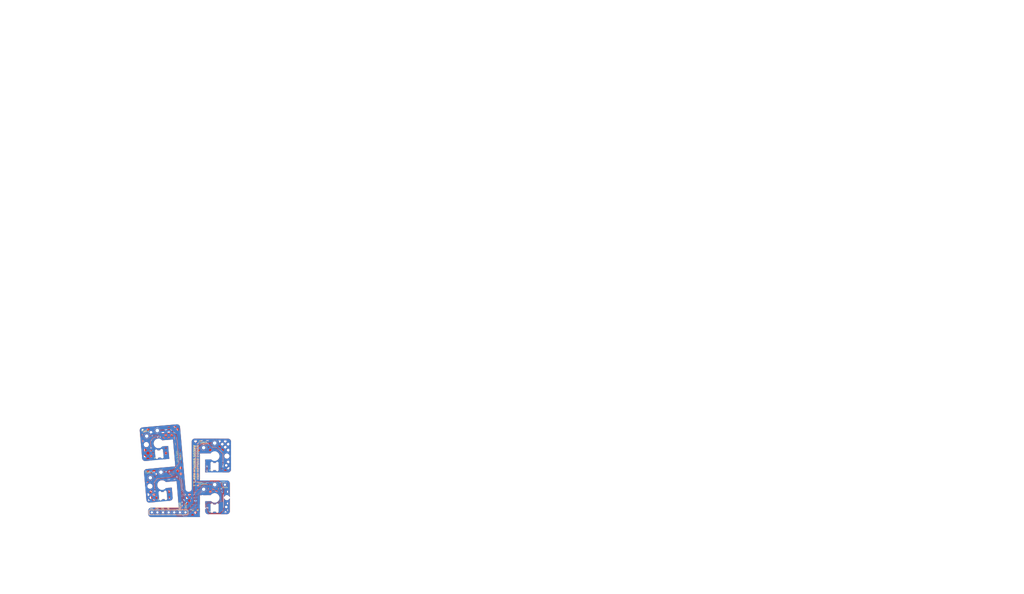
<source format=kicad_pcb>
(kicad_pcb (version 20240108) (generator "pcbnew") (generator_version "8.0")
  (layers (0 "F.Cu" signal) (31 "B.Cu" signal) (34 "B.Paste" user) (35 "F.Paste" user) (36 "B.SilkS" user "B.Silkscreen") (37 "F.SilkS" user "F.Silkscreen") (38 "B.Mask" user) (39 "F.Mask" user) (44 "Edge.Cuts" user))
  (net 0 "")
  (net 1 "Vcc")
  (net 2 "Gnd")
  (net 3 "Din")
  (net 4 "Net-(D13-DOUT)")
  (net 5 "Net-(D14-DOUT)")
  (net 6 "Net-(D13-DIN)")
  (net 7 "Net-(D15-DOUT)")
  (net 8 "Net-(D16-DOUT)")
  (net 9 "sw2")
  (net 10 "sw1")
  (net 11 "sw3")
  (net 12 "sw4")
  (footprint "libs:SK6812_mini_e_corners" (layer "F.Cu") (at -68.9474 129.626399)
    (property "Reference" "D16" (hide yes))
    (property "Value" "RIGHT_LED")
    (fp_line (start -1.7 -1.36) (end -1.7 1.64) (stroke (width 0.1)) (layer "Edge.Cuts"))
    (fp_line (start -0.7 -1.36) (end 0.7 -1.36) (stroke (width 0.1)) (layer "Edge.Cuts"))
    (fp_line (start -0.7 1.64) (end 0.7 1.64) (stroke (width 0.1)) (layer "Edge.Cuts"))
    (fp_line (start 1.7 1.64) (end 1.7 -1.36) (stroke (width 0.1)) (layer "Edge.Cuts"))
    (fp_arc (start -1.7 -1.36) (mid -1.2 -1.86) (end -0.7 -1.36) (stroke (width 0.1)) (layer "Edge.Cuts"))
    (fp_arc (start -0.7 1.64) (mid -1.2 2.14) (end -1.7 1.64) (stroke (width 0.1)) (layer "Edge.Cuts"))
    (fp_arc (start 0.7 -1.36) (mid 1.2 -1.86) (end 1.7 -1.36) (stroke (width 0.1)) (layer "Edge.Cuts"))
    (fp_arc (start 1.7 1.64) (mid 1.2 2.14) (end 0.7 1.64) (stroke (width 0.1)) (layer "Edge.Cuts"))
    (pad "1" smd rect (at 2.825 0.975) (size 1.85 0.85) (layers "F.Cu" "F.Paste" "F.Mask") (net 8 "Net-(D16-DOUT)"))
    (pad "2" smd rect (at -2.825 0.975) (size 1.85 0.85) (layers "F.Cu") (net 2 "Gnd"))
    (pad "3" smd rect (at -2.825 -0.775 180) (size 1.85 0.85) (layers "F.Cu" "F.Paste" "F.Mask") (net 7 "Net-(D15-DOUT)"))
    (pad "4" smd rect (at 2.825 -0.775 180) (size 1.85 0.85) (layers "F.Cu" "F.Paste" "F.Mask") (net 1 "Vcc"))
  )
  (footprint "LOGO" (layer "F.Cu") (at -89.825 131.7)
    (property "Reference" "G***" (hide yes))
    (property "Value" "LOGO" (hide yes))
  )
  (footprint "custom:C_SOD123" (layer "F.Cu") (at -78.85 135.7 90)
    (property "Reference" "C3" (hide yes))
    (property "Value" "NA_C")
    (fp_text user "C" (at 4.6 0.6 90) (layer "F.SilkS") (effects (font (size 0.8 0.8) (thickness 0.2) (bold yes)) (justify left bottom)))
    (pad "1" smd rect (at 3.3 0 90) (size 1.524 1.524) (layers "F.Cu" "F.Paste" "F.Mask") (net 1 "Vcc"))
    (pad "2" smd rect (at 6.7 0 90) (size 1.524 1.524) (layers "F.Cu" "F.Paste" "F.Mask") (net 2 "Gnd"))
  )
  (footprint "libs:SK6812_mini_e_corners" (layer "F.Cu") (at -93.99 105.13 5)
    (property "Reference" "D14" (hide yes))
    (property "Value" "RIGHT_LED")
    (fp_line (start -1.7 -1.36) (end -1.7 1.64) (stroke (width 0.1)) (layer "Edge.Cuts"))
    (fp_line (start -0.7 -1.36) (end 0.7 -1.36) (stroke (width 0.1)) (layer "Edge.Cuts"))
    (fp_line (start -0.7 1.64) (end 0.7 1.64) (stroke (width 0.1)) (layer "Edge.Cuts"))
    (fp_line (start 1.7 1.64) (end 1.7 -1.36) (stroke (width 0.1)) (layer "Edge.Cuts"))
    (fp_arc (start -1.7 -1.36) (mid -1.200001 -1.860001) (end -0.7 -1.36) (stroke (width 0.1)) (layer "Edge.Cuts"))
    (fp_arc (start -0.7 1.64) (mid -1.199999 2.139997) (end -1.7 1.64) (stroke (width 0.1)) (layer "Edge.Cuts"))
    (fp_arc (start 0.7 -1.36) (mid 1.2 -1.860003) (end 1.7 -1.36) (stroke (width 0.1)) (layer "Edge.Cuts"))
    (fp_arc (start 1.7 1.64) (mid 1.199999 2.139997) (end 0.7 1.64) (stroke (width 0.1)) (layer "Edge.Cuts"))
    (pad "1" smd rect (at 2.825 0.975 5) (size 1.85 0.85) (layers "F.Cu" "F.Paste" "F.Mask") (net 5 "Net-(D14-DOUT)"))
    (pad "2" smd rect (at -2.825 0.975 5) (size 1.85 0.85) (layers "F.Cu") (net 2 "Gnd"))
    (pad "3" smd rect (at -2.825 -0.775 185) (size 1.85 0.85) (layers "F.Cu" "F.Paste" "F.Mask") (net 4 "Net-(D13-DOUT)"))
    (pad "4" smd rect (at 2.825 -0.775 185) (size 1.85 0.85) (layers "F.Cu" "F.Paste" "F.Mask") (net 1 "Vcc"))
  )
  (footprint "libs:SK6812_mini_e_corners" (layer "F.Cu") (at -68.9474 110.826399)
    (property "Reference" "D15" (hide yes))
    (property "Value" "RIGHT_LED")
    (fp_line (start -1.7 -1.36) (end -1.7 1.64) (stroke (width 0.1)) (layer "Edge.Cuts"))
    (fp_line (start -0.7 -1.36) (end 0.7 -1.36) (stroke (width 0.1)) (layer "Edge.Cuts"))
    (fp_line (start -0.7 1.64) (end 0.7 1.64) (stroke (width 0.1)) (layer "Edge.Cuts"))
    (fp_line (start 1.7 1.64) (end 1.7 -1.36) (stroke (width 0.1)) (layer "Edge.Cuts"))
    (fp_arc (start -1.7 -1.36) (mid -1.2 -1.86) (end -0.7 -1.36) (stroke (width 0.1)) (layer "Edge.Cuts"))
    (fp_arc (start -0.7 1.64) (mid -1.2 2.14) (end -1.7 1.64) (stroke (width 0.1)) (layer "Edge.Cuts"))
    (fp_arc (start 0.7 -1.36) (mid 1.2 -1.86) (end 1.7 -1.36) (stroke (width 0.1)) (layer "Edge.Cuts"))
    (fp_arc (start 1.7 1.64) (mid 1.2 2.14) (end 0.7 1.64) (stroke (width 0.1)) (layer "Edge.Cuts"))
    (pad "1" smd rect (at 2.825 0.975) (size 1.85 0.85) (layers "F.Cu" "F.Paste" "F.Mask") (net 7 "Net-(D15-DOUT)"))
    (pad "2" smd rect (at -2.825 0.975) (size 1.85 0.85) (layers "F.Cu") (net 2 "Gnd"))
    (pad "3" smd rect (at -2.825 -0.775 180) (size 1.85 0.85) (layers "F.Cu" "F.Paste" "F.Mask") (net 5 "Net-(D14-DOUT)"))
    (pad "4" smd rect (at 2.825 -0.775 180) (size 1.85 0.85) (layers "F.Cu" "F.Paste" "F.Mask") (net 1 "Vcc"))
  )
  (footprint "customs:PinHeader_1x07_P2.54mm_Vertical" (layer "F.Cu") (at -97.34 131.7 90)
    (property "Reference" "J7" (hide yes))
    (property "Value" "Conn_01x07_Socket")
    (pad "1" thru_hole rect (at 0 0 90) (size 1.7 1.7) (drill 1) (layers "*.Cu" "*.Mask") (net 10 "sw1"))
    (pad "2" thru_hole oval (at 0 2.54 90) (size 1.7 1.7) (drill 1) (layers "*.Cu" "*.Mask") (net 9 "sw2"))
    (pad "3" thru_hole oval (at 0 5.08 90) (size 1.7 1.7) (drill 1) (layers "*.Cu" "*.Mask") (net 11 "sw3"))
    (pad "4" thru_hole oval (at 0 7.62 90) (size 1.7 1.7) (drill 1) (layers "*.Cu" "*.Mask") (net 12 "sw4"))
    (pad "5" thru_hole oval (at 0 10.16 90) (size 1.7 1.7) (drill 1) (layers "*.Cu" "*.Mask") (net 2 "Gnd"))
    (pad "6" thru_hole oval (at 0 12.7 90) (size 1.7 1.7) (drill 1) (layers "*.Cu" "*.Mask") (net 3 "Din"))
    (pad "7" thru_hole oval (at 0 15.24 90) (size 1.7 1.7) (drill 1) (layers "*.Cu" "*.Mask") (net 1 "Vcc"))
  )
  (footprint "Connector_PinHeader_2.54mm:PinHeader_1x01_P2.54mm_Vertical" (layer "F.Cu") (at -64.275 119.2)
    (property "Reference" "J2" (hide yes))
    (property "Value" "Conn_01x01_Socket")
    (pad "1" thru_hole rect (at 0 0) (size 1.7 1.7) (drill 1) (layers "*.Cu" "*.Mask") (net 8 "Net-(D16-DOUT)"))
  )
  (footprint "custom:R_SOD123" (layer "F.Cu") (at -76.625 135.7 90)
    (property "Reference" "R3" (hide yes))
    (property "Value" "NA_R")
    (fp_text user "R" (at 4.6 0.6 90) (layer "F.SilkS") (effects (font (size 0.8 0.8) (thickness 0.15) (bold yes)) (justify left bottom)))
    (pad "1" smd rect (at 3.3 0 90) (size 1.524 1.524) (layers "F.Cu" "F.Paste" "F.Mask") (net 3 "Din"))
    (pad "2" smd rect (at 6.7 0 90) (size 1.524 1.524) (layers "F.Cu" "F.Paste" "F.Mask") (net 6 "Net-(D13-DIN)"))
  )
  (footprint "libs:SK6812_mini_e_corners" (layer "F.Cu") (at -92.342757 123.95808 5)
    (property "Reference" "D13" (hide yes))
    (property "Value" "RIGHT_LED")
    (fp_line (start -1.7 -1.36) (end -1.7 1.64) (stroke (width 0.1)) (layer "Edge.Cuts"))
    (fp_line (start -0.7 -1.36) (end 0.7 -1.36) (stroke (width 0.1)) (layer "Edge.Cuts"))
    (fp_line (start -0.7 1.64) (end 0.7 1.64) (stroke (width 0.1)) (layer "Edge.Cuts"))
    (fp_line (start 1.7 1.64) (end 1.7 -1.36) (stroke (width 0.1)) (layer "Edge.Cuts"))
    (fp_arc (start -1.7 -1.36) (mid -1.200001 -1.860001) (end -0.7 -1.36) (stroke (width 0.1)) (layer "Edge.Cuts"))
    (fp_arc (start -0.7 1.64) (mid -1.199999 2.139997) (end -1.7 1.64) (stroke (width 0.1)) (layer "Edge.Cuts"))
    (fp_arc (start 0.7 -1.36) (mid 1.2 -1.860003) (end 1.7 -1.36) (stroke (width 0.1)) (layer "Edge.Cuts"))
    (fp_arc (start 1.7 1.64) (mid 1.199999 2.139997) (end 0.7 1.64) (stroke (width 0.1)) (layer "Edge.Cuts"))
    (pad "1" smd rect (at 2.825 0.975 5) (size 1.85 0.85) (layers "F.Cu" "F.Paste" "F.Mask") (net 4 "Net-(D13-DOUT)"))
    (pad "2" smd rect (at -2.825 0.975 5) (size 1.85 0.85) (layers "F.Cu") (net 2 "Gnd"))
    (pad "3" smd rect (at -2.825 -0.775 185) (size 1.85 0.85) (layers "F.Cu" "F.Paste" "F.Mask") (net 6 "Net-(D13-DIN)"))
    (pad "4" smd rect (at 2.825 -0.775 185) (size 1.85 0.85) (layers "F.Cu" "F.Paste" "F.Mask") (net 1 "Vcc"))
  )
  (footprint "custom:choc" (layer "B.Cu") (at -92.694396 119.394964 5)
    (property "Reference" "SW6" (hide yes))
    (property "Value" "SW_Push")
    (pad "" np_thru_hole circle (at -5.5 0 5) (size 1.7018 1.7018) (drill 2.2) (layers "F&B.Cu" "*.Mask"))
    (pad "" np_thru_hole circle (at 0 0 5) (size 3.429 3.429) (drill 3.429) (layers "*.Cu" "*.Mask"))
    (pad "" np_thru_hole circle (at 5.22 4.2 5) (size 0.9906 0.9906) (drill 0.9906) (layers "*.Cu" "*.Mask"))
    (pad "" np_thru_hole circle (at 5.5 0 5) (size 1.7018 1.7018) (drill 2.2) (layers "F&B.Cu" "*.Mask"))
    (pad "1" thru_hole circle (at 0 -5.9 5) (size 2.332 2.332) (drill 1.57) (layers "*.Cu" "*.Mask") (net 10 "sw1"))
    (pad "2" thru_hole circle (at -5 -3.8 5) (size 2.332 2.332) (drill 1.5) (layers "*.Cu" "*.Mask") (net 2 "Gnd"))
  )
  (footprint "custom:choc" (layer "B.Cu") (at -94.34164 100.566884 5)
    (property "Reference" "SW5" (hide yes))
    (property "Value" "SW_Push")
    (pad "" np_thru_hole circle (at -5.5 0 5) (size 1.7018 1.7018) (drill 2.2) (layers "F&B.Cu" "*.Mask"))
    (pad "" np_thru_hole circle (at 0 0 5) (size 3.429 3.429) (drill 3.429) (layers "*.Cu" "*.Mask"))
    (pad "" np_thru_hole circle (at 5.22 4.2 5) (size 0.9906 0.9906) (drill 0.9906) (layers "*.Cu" "*.Mask"))
    (pad "" np_thru_hole circle (at 5.5 0 5) (size 1.7018 1.7018) (drill 2.2) (layers "F&B.Cu" "*.Mask"))
    (pad "1" thru_hole circle (at 0 -5.9 5) (size 2.332 2.332) (drill 1.57) (layers "*.Cu" "*.Mask") (net 9 "sw2"))
    (pad "2" thru_hole circle (at -5 -3.8 5) (size 2.332 2.332) (drill 1.5) (layers "*.Cu" "*.Mask") (net 2 "Gnd"))
  )
  (footprint "LOGO" (layer "B.Cu") (at -89.800054 131.7)
    (property "Reference" "G***" (hide yes))
    (property "Value" "LOGO" (hide yes))
  )
  (footprint "custom:choc" (layer "B.Cu") (at -68.9 125.05)
    (property "Reference" "SW7" (hide yes))
    (property "Value" "SW_Push")
    (pad "" np_thru_hole circle (at -5.5 0) (size 1.7018 1.7018) (drill 2.2) (layers "F&B.Cu" "*.Mask"))
    (pad "" np_thru_hole circle (at 0 0) (size 3.429 3.429) (drill 3.429) (layers "*.Cu" "*.Mask"))
    (pad "" np_thru_hole circle (at 5.22 4.2) (size 0.9906 0.9906) (drill 0.9906) (layers "*.Cu" "*.Mask"))
    (pad "" np_thru_hole circle (at 5.5 0) (size 1.7018 1.7018) (drill 2.2) (layers "F&B.Cu" "*.Mask"))
    (pad "1" thru_hole circle (at 0 -5.9) (size 2.332 2.332) (drill 1.57) (layers "*.Cu" "*.Mask") (net 12 "sw4"))
    (pad "2" thru_hole circle (at -5 -3.8) (size 2.332 2.332) (drill 1.5) (layers "*.Cu" "*.Mask") (net 2 "Gnd"))
  )
  (footprint "custom:choc" (layer "B.Cu") (at -68.9 106.25)
    (property "Reference" "SW8" (hide yes))
    (property "Value" "SW_Push")
    (pad "" np_thru_hole circle (at -5.5 0) (size 1.7018 1.7018) (drill 2.2) (layers "F&B.Cu" "*.Mask"))
    (pad "" np_thru_hole circle (at 0 0) (size 3.429 3.429) (drill 3.429) (layers "*.Cu" "*.Mask"))
    (pad "" np_thru_hole circle (at 5.22 4.2) (size 0.9906 0.9906) (drill 0.9906) (layers "*.Cu" "*.Mask"))
    (pad "" np_thru_hole circle (at 5.5 0) (size 1.7018 1.7018) (drill 2.2) (layers "F&B.Cu" "*.Mask"))
    (pad "1" thru_hole circle (at 0 -5.9) (size 2.332 2.332) (drill 1.57) (layers "*.Cu" "*.Mask") (net 11 "sw3"))
    (pad "2" thru_hole circle (at -5 -3.8) (size 2.332 2.332) (drill 1.5) (layers "*.Cu" "*.Mask") (net 2 "Gnd"))
  )
  (gr_line (start -92.746576 99.290907) (end -87.912436 98.9002) (stroke (width 0.05)) (layer "Edge.Cuts"))
  (gr_arc (start -61.35 112.3) (mid -61.78934 113.36066) (end -62.85 113.8) (stroke (width 0.05)) (layer "Edge.Cuts"))
  (gr_arc (start -70.600203 105.167897) (mid -66.890324 106.098871) (end -70.419247 107.574208) (stroke (width 0.05)) (layer "Edge.Cuts"))
  (gr_arc (start -97.59 134) (mid -98.65066 133.56066) (end -99.09 132.5) (stroke (width 0.05)) (layer "Edge.Cuts"))
  (gr_line (start -63.4 117.1) (end -69.0474 117.103601) (stroke (width 0.05)) (layer "Edge.Cuts"))
  (gr_line (start -87.912436 98.9002) (end -86.874969 110.758504) (stroke (width 0.05)) (layer "Edge.Cuts"))
  (gr_arc (start -71.85 132.7) (mid -72.91066 132.26066) (end -73.35 131.2) (stroke (width 0.05)) (layer "Edge.Cuts"))
  (gr_arc (start -63.4 117.1) (mid -62.33934 117.53934) (end -61.9 118.6) (stroke (width 0.05)) (layer "Edge.Cuts"))
  (gr_line (start -84.416704 93.084055) (end -83.840501 99.547772) (stroke (width 0.05)) (layer "Edge.Cuts"))
  (gr_line (start -101.048162 113.547947) (end -99.95 126.1) (stroke (width 0.05)) (layer "Edge.Cuts"))
  (gr_line (start -85.6 129.4) (end -97.58934 129.40066) (stroke (width 0.05)) (layer "Edge.Cuts"))
  (gr_arc (start -100.23068 108.629088) (mid -101.325595 108.283863) (end -101.855706 107.26553) (stroke (width 0.05)) (layer "Edge.Cuts"))
  (gr_line (start -86.267469 117.732094) (end -85.384919 128.789846) (stroke (width 0.05)) (layer "Edge.Cuts"))
  (gr_line (start -73.35 107.6) (end -73.35 113.8) (stroke (width 0.05)) (layer "Edge.Cuts"))
  (gr_arc (start -70.597603 124.071498) (mid -66.887725 125.00247) (end -70.416647 126.477809) (stroke (width 0.05)) (layer "Edge.Cuts"))
  (gr_line (start -91.101609 118.122801) (end -86.267469 117.732094) (stroke (width 0.05)) (layer "Edge.Cuts"))
  (gr_line (start -94.898172 92.484634) (end -101.6 93.1) (stroke (width 0.05)) (layer "Edge.Cuts"))
  (gr_line (start -75.45 117.103601) (end -69.0474 117.103601) (stroke (width 0.05)) (layer "Edge.Cuts"))
  (gr_line (start -93.253205 111.316528) (end -86.874969 110.758504) (stroke (width 0.05)) (layer "Edge.Cuts"))
  (gr_arc (start -91.072152 120.535726) (mid -94.71623 119.373569) (end -91.101609 118.122801) (stroke (width 0.05)) (layer "Edge.Cuts"))
  (gr_arc (start -99.08934 130.90066) (mid -98.65 129.84) (end -97.58934 129.40066) (stroke (width 0.05)) (layer "Edge.Cuts"))
  (gr_line (start -89.254906 107.650502) (end -89.795271 101.474094) (stroke (width 0.05)) (layer "Edge.Cuts"))
  (gr_arc (start -101.048162 113.547947) (mid -100.702937 112.453032) (end -99.684604 111.922922) (stroke (width 0.05)) (layer "Edge.Cuts"))
  (gr_line (start -75.45 105.2) (end -70.600203 105.167897) (stroke (width 0.05)) (layer "Edge.Cuts"))
  (gr_arc (start -62.85 98.21066) (mid -61.78934 98.65) (end -61.35 99.71066) (stroke (width 0.05)) (layer "Edge.Cuts"))
  (gr_line (start -85.384919 128.789846) (end -85.3 129.4) (stroke (width 0.05)) (layer "Edge.Cuts"))
  (gr_line (start -89.795271 101.474094) (end -92.71712 101.703833) (stroke (width 0.05)) (layer "Edge.Cuts"))
  (gr_line (start -79.398899 120.847525) (end -79.45 106.2) (stroke (width 0.05)) (layer "Edge.Cuts"))
  (gr_line (start -83.840501 99.547772) (end -81.949222 121.165197) (stroke (width 0.05)) (layer "Edge.Cuts"))
  (gr_line (start -61.35 112.3) (end -61.35 99.71066) (stroke (width 0.05)) (layer "Edge.Cuts"))
  (gr_line (start -85.3 129.4) (end -85.6 129.4) (stroke (width 0.05)) (layer "Edge.Cuts"))
  (gr_line (start -73.35 113.8) (end -62.85 113.8) (stroke (width 0.05)) (layer "Edge.Cuts"))
  (gr_line (start -70.419247 107.574208) (end -73.35 107.6) (stroke (width 0.05)) (layer "Edge.Cuts"))
  (gr_line (start -87.738396 124.984289) (end -88.150304 120.305988) (stroke (width 0.05)) (layer "Edge.Cuts"))
  (gr_line (start -73.3474 126.503601) (end -73.35 131.2) (stroke (width 0.05)) (layer "Edge.Cuts"))
  (gr_line (start -94.898172 92.484634) (end -86.04173 91.720496) (stroke (width 0.05)) (layer "Edge.Cuts"))
  (gr_line (start -75.4474 124.103601) (end -70.597603 124.071498) (stroke (width 0.05)) (layer "Edge.Cuts"))
  (gr_line (start -79.45 106.2) (end -79.45 99.7) (stroke (width 0.05)) (layer "Edge.Cuts"))
  (gr_line (start -98.324974 127.463559) (end -89.101954 126.609315) (stroke (width 0.05)) (layer "Edge.Cuts"))
  (gr_line (start -97.59 134) (end -75.4474 134) (stroke (width 0.05)) (layer "Edge.Cuts"))
  (gr_line (start -61.9 131.2) (end -61.9 118.6) (stroke (width 0.05)) (layer "Edge.Cuts"))
  (gr_arc (start -61.9 131.2) (mid -62.33934 132.26066) (end -63.4 132.7) (stroke (width 0.05)) (layer "Edge.Cuts"))
  (gr_line (start -99.08934 130.90066) (end -99.09 132.5) (stroke (width 0.05)) (layer "Edge.Cuts"))
  (gr_arc (start -92.71712 101.703833) (mid -96.361198 100.541676) (end -92.746576 99.290907) (stroke (width 0.05)) (layer "Edge.Cuts"))
  (gr_line (start -70.416647 126.477809) (end -73.3474 126.503601) (stroke (width 0.05)) (layer "Edge.Cuts"))
  (gr_arc (start -86.04173 91.720496) (mid -84.946815 92.065722) (end -84.416704 93.084055) (stroke (width 0.05)) (layer "Edge.Cuts"))
  (gr_line (start -71.85 132.7) (end -63.4 132.7) (stroke (width 0.05)) (layer "Edge.Cuts"))
  (gr_line (start -75.4474 134) (end -75.4474 124.103601) (stroke (width 0.05)) (layer "Edge.Cuts"))
  (gr_line (start -75.45 117.103601) (end -75.45 105.2) (stroke (width 0.05)) (layer "Edge.Cuts"))
  (gr_arc (start -102.963559 94.725025) (mid -102.618333 93.63011) (end -101.6 93.1) (stroke (width 0.05)) (layer "Edge.Cuts"))
  (gr_line (start -88.150304 120.305988) (end -91.072152 120.535726) (stroke (width 0.05)) (layer "Edge.Cuts"))
  (gr_arc (start -98.324974 127.463559) (mid -99.419889 127.118333) (end -99.95 126.1) (stroke (width 0.05)) (layer "Edge.Cuts"))
  (gr_arc (start -79.398899 120.847525) (mid -80.519988 122.243278) (end -81.949222 121.165197) (stroke (width 0.05)) (layer "Edge.Cuts"))
  (gr_arc (start -87.738396 124.984289) (mid -88.083621 126.079204) (end -89.101954 126.609315) (stroke (width 0.05)) (layer "Edge.Cuts"))
  (gr_line (start -102.963559 94.725025) (end -101.855706 107.26553) (stroke (width 0.05)) (layer "Edge.Cuts"))
  (gr_line (start -62.85 98.21066) (end -69.05 98.2) (stroke (width 0.05)) (layer "Edge.Cuts"))
  (gr_arc (start -79.45 99.7) (mid -79.01066 98.63934) (end -77.95 98.2) (stroke (width 0.05)) (layer "Edge.Cuts"))
  (gr_line (start -100.23068 108.629088) (end -89.254906 107.650502) (stroke (width 0.05)) (layer "Edge.Cuts"))
  (gr_line (start -77.95 98.2) (end -69.05 98.2) (stroke (width 0.05)) (layer "Edge.Cuts"))
  (gr_line (start -93.253205 111.316528) (end -99.684604 111.922922) (stroke (width 0.05)) (layer "Edge.Cuts"))
  (gr_text "3" (at -91.675 129.6 90) (layer "B.SilkS") (effects (font (size 1 1)) (justify left bottom mirror)))
  (gr_text "4" (at -89.116667 129.554082 90) (layer "B.SilkS") (effects (font (size 1 1)) (justify left bottom mirror)))
  (gr_text "github.com/bastardkb" (at -77.45 101.3 90) (layer "B.SilkS") (effects (font (size 1 1) (thickness 0.125) (italic yes)) (justify left bottom mirror)))
  (gr_text "1" (at -96.791666 129.692812 90) (layer "B.SilkS") (effects (font (size 1 1)) (justify left bottom mirror)))
  (gr_text "RGB" (at -83.833335 127.730077 90) (layer "B.SilkS") (effects (font (size 1 1)) (justify left bottom mirror)))
  (gr_text "2" (at -94.233333 129.605862 90) (layer "B.SilkS") (effects (font (size 1 1)) (justify left bottom mirror)))
  (gr_text "3v3" (at -81.275 128.23224 90) (layer "B.SilkS") (effects (font (size 1 1)) (justify left bottom mirror)))
  (gr_text "ARGOS SWITCH REV 1.1" (at -75.85 101.3 90) (layer "B.SilkS") (effects (font (size 1 1) (thickness 0.16) (bold yes) (italic yes)) (justify left bottom mirror)))
  (gr_text "1" (at -96.95 130.275 90) (layer "F.SilkS") (effects (font (size 1 1)) (justify left bottom)))
  (gr_text "SW3" (at -75.55 100.75 0) (layer "F.SilkS") (effects (font (size 1 1)) (justify left bottom)))
  (gr_text "3" (at -91.833334 130.275 90) (layer "F.SilkS") (effects (font (size 1 1)) (justify left bottom)))
  (gr_text "ARGOS SWITCH REV 1.1" (at -78.764216 101.225 270) (layer "F.SilkS") (effects (font (size 1 1) (thickness 0.16) (bold yes) (italic yes)) (justify left bottom)))
  (gr_text "SW1" (at -99.85 114.4 6) (layer "F.SilkS") (effects (font (size 1 1)) (justify left bottom)))
  (gr_text "SW4" (at -75.65 119.5 0) (layer "F.SilkS") (effects (font (size 1 1)) (justify left bottom)))
  (gr_text "2" (at -94.391667 130.275 90) (layer "F.SilkS") (effects (font (size 1 1)) (justify left bottom)))
  (gr_text "RGB" (at -83.991669 130.182484 90) (layer "F.SilkS") (effects (font (size 1 1)) (justify left bottom)))
  (gr_text "github.com/bastardkb" (at -77.164216 101.225 -90) (layer "F.SilkS") (effects (font (size 1 1) (thickness 0.125) (italic yes)) (justify left bottom)))
  (gr_text "CERN\nOHL-S v2" (at -85.2 106.47 -85) (layer "F.SilkS") (effects (font (size 0.8 0.8))))
  (gr_text "3v3" (at -81.433334 130.182484 90) (layer "F.SilkS") (effects (font (size 1 1)) (justify left bottom)))
  (gr_text "SW2" (at -101.5 95.75 6) (layer "F.SilkS") (effects (font (size 1 1)) (justify left bottom)))
  (gr_text "4" (at -89.275001 130.275 90) (layer "F.SilkS") (effects (font (size 1 1)) (justify left bottom)))
  (segment (start -96.12752 118.591122) (end -93.854923 115.882746) (width 0.3) (layer "F.Cu") (net 1))
  (segment (start -91.891028 102.761651) (end -91.319452 103.24126) (width 0.3) (layer "F.Cu") (net 1))
  (segment (start -89.596052 122.939814) (end -89.680924 121.969721) (width 0.3) (layer "F.Cu") (net 1))
  (segment (start -65.393198 104.456802) (end -66.6 103.25) (width 0.3) (layer "F.Cu") (net 1))
  (segment (start -67.5 122.35) (end -71.6 122.35) (width 0.3) (layer "F.Cu") (net 1))
  (segment (start -91.556269 121.503795) (end -91.828981 121.8288) (width 0.3) (layer "F.Cu") (net 1))
  (segment (start -84.249185 121.266036) (end -79.753281 125.038547) (width 0.3) (layer "F.Cu") (net 1))
  (segment (start -93.854923 115.882746) (end -88.575091 115.42082) (width 0.3) (layer "F.Cu") (net 1))
  (segment (start -79.75 126.15) (end -78.65 125.05) (width 0.3) (layer "F.Cu") (net 1))
  (segment (start -86.297345 97.85546) (end -87.922371 96.491902) (width 0.3) (layer "F.Cu") (net 1))
  (segment (start -90.360835 121.399208) (end -91.556269 121.503795) (width 0.3) (layer "F.Cu") (net 1))
  (segment (start -79.75 127.15) (end -82.1 129.5) (width 0.3) (layer "F.Cu") (net 1))
  (segment (start -69.85 103.25) (end -72.45 100.65) (width 0.3) (layer "F.Cu") (net 1))
  (segment (start -66.6 103.25) (end -69.85 103.25) (width 0.3) (layer "F.Cu") (net 1))
  (segment (start -77.3 125.05) (end -76.35 124.1) (width 0.3) (layer "F.Cu") (net 1))
  (segment (start -66.1224 123.7276) (end -67.5 122.35) (width 0.3) (layer "F.Cu") (net 1))
  (segment (start -89.680924 121.969721) (end -90.360835 121.399208) (width 0.3) (layer "F.Cu") (net 1))
  (segment (start -71.6 122.35) (end -72.2 122.95) (width 0.3) (layer "F.Cu") (net 1))
  (segment (start -95.953209 120.583511) (end -96.12752 118.591122) (width 0.3) (layer "F.Cu") (net 1))
  (segment (start -78.65 125.05) (end -77.3 125.05) (width 0.3) (layer "F.Cu") (net 1))
  (segment (start -95.59307 97.163001) (end -97.22934 99.113032) (width 0.3) (layer "F.Cu") (net 1))
  (segment (start -79.753281 125.038547) (end -79.753281 126.146719) (width 0.3) (layer "F.Cu") (net 1))
  (segment (start -91.828981 121.8288) (end -92.725556 121.90724) (width 0.3) (layer "F.Cu") (net 1))
  (segment (start -76.35 124.1) (end -76.35 122.4) (width 0.3) (layer "F.Cu") (net 1))
  (segment (start -79.75 126.15) (end -79.753281 126.146719) (width 0.3) (layer "F.Cu") (net 1))
  (segment (start -92.942226 121.725432) (end -94.436518 121.856166) (width 0.3) (layer "F.Cu") (net 1))
  (segment (start -92.488745 102.813945) (end -91.891028 102.761651) (width 0.3) (layer "F.Cu") (net 1))
  (segment (start -96.915579 102.699333) (end -96.482239 103.062948) (width 0.3) (layer "F.Cu") (net 1))
  (segment (start -77.3 121.45) (end -76.35 122.4) (width 0.3) (layer "F.Cu") (net 1))
  (segment (start -85.120743 111.304089) (end -85.142532 111.05504) (width 0.3) (layer "F.Cu") (net 1))
  (segment (start -72.45 100.65) (end -76.2 100.65) (width 0.3) (layer "F.Cu") (net 1))
  (segment (start -96.482239 103.062948) (end -92.59708 102.723041) (width 0.3) (layer "F.Cu") (net 1))
  (segment (start -91.243296 104.111734) (end -91.319452 103.24126) (width 0.3) (layer "F.Cu") (net 1))
  (segment (start -78.85 132.4) (end -81.4 132.4) (width 0.3) (layer "F.Cu") (net 1))
  (segment (start -92.59708 102.723041) (end -92.488745 102.813945) (width 0.3) (layer "F.Cu") (net 1))
  (segment (start -87.922371 96.491902) (end -95.59307 97.163001) (width 0.3) (layer "F.Cu") (net 1))
  (segment (start -66.1224 108.8724) (end -65.393198 108.143198) (width 0.3) (layer "F.Cu") (net 1))
  (segment (start -76.2 100.65) (end -77.3 101.75) (width 0.3) (layer "F.Cu") (net 1))
  (segment (start -82.1 129.5) (end -82.1 131.7) (width 0.3) (layer "F.Cu") (net 1))
  (segment (start -97.22934 99.113032) (end -96.915579 102.699333) (width 0.3) (layer "F.Cu") (net 1))
  (segment (start -66.1224 128.851399) (end -66.1224 123.7276) (width 0.3) (layer "F.Cu") (net 1))
  (segment (start -65.393198 108.143198) (end -65.393198 104.456802) (width 0.3) (layer "F.Cu") (net 1))
  (segment (start -92.725556 121.90724) (end -92.942226 121.725432) (width 0.3) (layer "F.Cu") (net 1))
  (segment (start -79.75 127.15) (end -79.75 126.15) (width 0.3) (layer "F.Cu") (net 1))
  (segment (start -94.436518 121.856166) (end -95.953209 120.583511) (width 0.3) (layer "F.Cu") (net 1))
  (segment (start -75.8 122.95) (end -76.35 122.4) (width 0.3) (layer "F.Cu") (net 1))
  (segment (start -88.575091 115.42082) (end -85.120743 111.304089) (width 0.3) (layer "F.Cu") (net 1))
  (segment (start -85.142532 111.05504) (end -86.297345 97.85546) (width 0.3) (layer "F.Cu") (net 1))
  (segment (start -72.2 122.95) (end -75.8 122.95) (width 0.3) (layer "F.Cu") (net 1))
  (segment (start -66.1224 110.051399) (end -66.1224 108.8724) (width 0.3) (layer "F.Cu") (net 1))
  (segment (start -77.3 101.75) (end -77.3 121.45) (width 0.3) (layer "F.Cu") (net 1))
  (segment (start -85.142532 111.05504) (end -84.249185 121.266036) (width 0.3) (layer "F.Cu") (net 1))
  (segment (start -81.4 132.4) (end -82.1 131.7) (width 0.3) (layer "F.Cu") (net 1))
  (segment (start -93.539672 97.686026) (end -91.871046 97.54004) (width 0.3) (layer "F.Cu") (net 2))
  (segment (start -65.843198 104.756802) (end -66.9 103.7) (width 0.3) (layer "F.Cu") (net 2))
  (segment (start -68.2 108.55) (end -66.436396 108.55) (width 0.3) (layer "F.Cu") (net 2))
  (segment (start -85.585276 111.157622) (end -88.799998 114.988778) (width 0.3) (layer "F.Cu") (net 2))
  (segment (start -79.6 130.45) (end -78.85 129.7) (width 0.3) (layer "F.Cu") (net 2))
  (segment (start -76.313604 104.4) (end -76.85 104.936396) (width 0.3) (layer "F.Cu") (net 2))
  (segment (start -70 103.7) (end -70.7 104.4) (width 0.3) (layer "F.Cu") (net 2))
  (segment (start -84.315534 124.810305) (end -83.451947 123.781122) (width 0.3) (layer "F.Cu") (net 2))
  (segment (start -75.031802 122.381802) (end -73.9 121.25) (width 0.3) (layer "F.Cu") (net 2))
  (segment (start -89.143522 113.513103) (end -89.012789 115.007395) (width 0.3) (layer "F.Cu") (net 2))
  (segment (start -96.559562 118.816029) (end -96.582667 118.55194) (width 0.3) (layer "F.Cu") (net 2))
  (segment (start -97.085714 116.817886) (end -98.006562 116.045203) (width 0.3) (layer "F.Cu") (net 2))
  (segment (start -91.871046 97.54004) (end -91.275203 98.040011) (width 0.3) (layer "F.Cu") (net 2))
  (segment (start -96.582667 117.787561) (end -96.447553 117.652447) (width 0.3) (layer "F.Cu") (net 2))
  (segment (start -72.523799 129.85) (end -71.7724 130.601399) (width 0.3) (layer "F.Cu") (net 2))
  (segment (start -96.547098 118.958495) (end -96.559562 118.816029) (width 0.3) (layer "F.Cu") (net 2))
  (segment (start -96.671707 121.221707) (end -96.4 120.95) (width 0.3) (layer "F.Cu") (net 2))
  (segment (start -85.125 130.45) (end -84.275 129.6) (width 0.3) (layer "F.Cu") (net 2))
  (segment (start -84.275 129.6) (end -84.275 129.101074) (width 0.3) (layer "F.Cu") (net 2))
  (segment (start -66.436396 108.55) (end -65.843198 107.956802) (width 0.3) (layer "F.Cu") (net 2))
  (segment (start -95.570127 125.219162) (end -96.41254 124.512294) (width 0.3) (layer "F.Cu") (net 2))
  (segment (start -71.7724 111.801399) (end -72.2724 111.801399) (width 0.3) (layer "F.Cu") (net 2))
  (segment (start -75.731802 122.381802) (end -75.031802 122.381802) (width 0.3) (layer "F.Cu") (net 2))
  (segment (start -94.641289 115.499825) (end -89.012789 115.007395) (width 0.3) (layer "F.Cu") (net 2))
  (segment (start -96.719273 106.347505) (end -97.217371 106.391083) (width 0.3) (layer "F.Cu") (net 2))
  (segment (start -96.41254 124.512294) (end -96.671707 121.55) (width 0.3) (layer "F.Cu") (net 2))
  (segment (start -84.04753 128.873604) (end -84.315534 125.810305) (width 0.3) (layer "F.Cu") (net 2))
  (segment (start -86.706413 98.342968) (end -85.585276 111.157622) (width 0.3) (layer "F.Cu") (net 2))
  (segment (start -72.2724 111.801399) (end -72.9974 111.076399) (width 0.3) (layer "F.Cu") (net 2))
  (segment (start -96.582667 118.55194) (end -96.582667 117.95) (width 0.3) (layer "F.Cu") (net 2))
  (segment (start -70.7 104.4) (end -71.85 104.4) (width 0.3) (layer "F.Cu") (net 2))
  (segment (start -66 121.1) (end -74.4 121.1) (width 0.3) (layer "F.Cu") (net 2))
  (segment (start -88.799998 114.988778) (end -89.012789 115.007395) (width 0.3) (layer "F.Cu") (net 2))
  (segment (start -69.7 108.75) (end -68.4 108.75) (width 0.3) (layer "F.Cu") (net 2))
  (segment (start -83.451947 123.781122) (end -82.256514 123.676535) (width 0.3) (layer "F.Cu") (net 2))
  (segment (start -74.4 121.1) (end -76.85 118.65) (width 0.3) (layer "F.Cu") (net 2))
  (segment (start -98.285566 102.5) (end -98.285566 102.085566) (width 0.3) (layer "F.Cu") (net 2))
  (segment (start -96.582667 117.852119) (end -97.034786 117.4) (width 0.3) (layer "F.Cu") (net 2))
  (segment (start -76.85 104.936396) (end -76.85 118.65) (width 0.3) (layer "F.Cu") (net 2))
  (segment (start -72.9974 109.4474) (end -72 108.45) (width 0.3) (layer "F.Cu") (net 2))
  (segment (start -76.85 118.65) (end -76.85 121.263604) (width 0.3) (layer "F.Cu") (net 2))
  (segment (start -71.85 104.4) (end -76.313604 104.4) (width 0.3) (layer "F.Cu") (net 2))
  (segment (start -91.275203 98.040011) (end -87.464758 97.706641) (width 0.3) (layer "F.Cu") (net 2))
  (segment (start -89.41436 113.285843) (end -89.143522 113.513103) (width 0.3) (layer "F.Cu") (net 2))
  (segment (start -96.582667 117.95) (end -96.582667 117.787561) (width 0.3) (layer "F.Cu") (net 2))
  (segment (start -68.4 108.75) (end -68.2 108.55) (width 0.3) (layer "F.Cu") (net 2))
  (segment (start -97.748441 97.751559) (end -97.113509 96.994876) (width 0.3) (layer "F.Cu") (net 2))
  (segment (start -97.9 101.7) (end -97.9 97.903118) (width 0.3) (layer "F.Cu") (net 2))
  (segment (start -96.671707 121.55) (end -96.671707 121.221707) (width 0.3) (layer "F.Cu") (net 2))
  (segment (start -71.95 104.4) (end -71.85 104.4) (width 0.3) (layer "F.Cu") (net 2))
  (segment (start -97.034786 117.4) (end -97.085714 116.817886) (width 0.3) (layer "F.Cu") (net 2))
  (segment (start -73.9 102.45) (end -71.95 104.4) (width 0.3) (layer "F.Cu") (net 2))
  (segment (start -97.217371 106.391083) (end -98.0028 105.732029) (width 0.3) (layer "F.Cu") (net 2))
  (segment (start -72.9974 111.076399) (end -72.9974 109.4474) (width 0.3) (layer "F.Cu") (net 2))
  (segment (start -76.85 121.263604) (end -75.731802 122.381802) (width 0.3) (layer "F.Cu") (net 2))
  (segment (start -72.8 129.85) (end -72.523799 129.85) (width 0.3) (layer "F.Cu") (net 2))
  (segment (start -72 108.45) (end -70 108.45) (width 0.3) (layer "F.Cu") (net 2))
  (segment (start -66.9 103.7) (end -70 103.7) (width 0.3) (layer "F.Cu") (net 2))
  (segment (start -70 108.45) (end -69.7 108.75) (width 0.3) (layer "F.Cu") (net 2))
  (segment (start -96.582667 117.95) (end -96.582667 117.852119) (width 0.3) (layer "F.Cu") (net 2))
  (segment (start -97.9 97.903118) (end -97.748441 97.751559) (width 0.3) (layer "F.Cu") (net 2))
  (segment (start -96.4 120.639846) (end -96.547098 118.958495) (width 0.3) (layer "F.Cu") (net 2))
  (segment (start -95.07203 125.175585) (end -95.570127 125.219162) (width 0.3) (layer "F.Cu") (net 2))
  (segment (start -78.85 129.7) (end -78.85 129) (width 0.3) (layer "F.Cu") (net 2))
  (segment (start -84.275 129.101074) (end -84.04753 128.873604) (width 0.3) (layer "F.Cu") (net 2))
  (segment (start -87.464758 97.706641) (end -86.706413 98.342968) (width 0.3) (layer "F.Cu") (net 2))
  (segment (start -96.4 120.95) (end -96.4 120.639846) (width 0.3) (layer "F.Cu") (net 2))
  (segment (start -98.285566 102.085566) (end -97.9 101.7) (width 0.3) (layer "F.Cu") (net 2))
  (segment (start -96.447553 117.652447) (end -94.641289 115.499825) (width 0.3) (layer "F.Cu") (net 2))
  (segment (start -87.18 131.7) (end -85.93 130.45) (width 0.3) (layer "F.Cu") (net 2))
  (segment (start -98.0028 105.732029) (end -98.285566 102.5) (width 0.3) (layer "F.Cu") (net 2))
  (segment (start -84.315534 125.810305) (end -84.315534 124.810305) (width 0.3) (layer "F.Cu") (net 2))
  (segment (start -85.93 130.45) (end -85.125 130.45) (width 0.3) (layer "F.Cu") (net 2))
  (segment (start -65.843198 107.956802) (end -65.843198 104.756802) (width 0.3) (layer "F.Cu") (net 2))
  (via (at -79.6 130.45) (size 0.5) (drill 0.3) (layers "F.Cu" "B.Cu") (net 2))
  (via (at -89.41436 113.285843) (size 0.5) (drill 0.3) (layers "F.Cu" "B.Cu") (net 2))
  (via (at -82.256514 123.676535) (size 0.5) (drill 0.3) (layers "F.Cu" "B.Cu") (net 2))
  (via (at -93.539672 97.686026) (size 0.5) (drill 0.3) (layers "F.Cu" "B.Cu") (net 2))
  (via (at -72.8 129.85) (size 0.5) (drill 0.3) (layers "F.Cu" "B.Cu") (net 2))
  (via (at -66 121.1) (size 0.5) (drill 0.3) (layers "F.Cu" "B.Cu") (net 2))
  (via (at -97.113509 96.994876) (size 0.5) (drill 0.3) (layers "F.Cu" "B.Cu") (net 2))
  (segment (start -94.623022 96.776987) (end -97.113509 96.994876) (width 0.3) (layer "B.Cu") (net 2))
  (segment (start -72.5 127.75) (end -72.5 128.05) (width 0.3) (layer "B.Cu") (net 2))
  (segment (start -72.5 128.05) (end -72.8 128.35) (width 0.3) (layer "B.Cu") (net 2))
  (segment (start -67.2 127.35) (end -67.9 127.35) (width 0.3) (layer "B.Cu") (net 2))
  (segment (start -69.8 127.35) (end -72.1 127.35) (width 0.3) (layer "B.Cu") (net 2))
  (segment (start -68 127.45) (end -68.2 127.45) (width 0.3) (layer "B.Cu") (net 2))
  (segment (start -78.8 130.45) (end -77.15 128.8) (width 0.3) (layer "B.Cu") (net 2))
  (segment (start -67.9 127.35) (end -68 127.45) (width 0.3) (layer "B.Cu") (net 2))
  (segment (start -93.539672 97.686026) (end -94.623022 96.776987) (width 0.3) (layer "B.Cu") (net 2))
  (segment (start -69.6 127.55) (end -69.8 127.35) (width 0.3) (layer "B.Cu") (net 2))
  (segment (start -65.5 122.95) (end -65.5 126.65) (width 0.3) (layer "B.Cu") (net 2))
  (segment (start -82.256514 123.676535) (end -83.069026 122.994756) (width 0.3) (layer "B.Cu") (net 2))
  (segment (start -85.63 133.25) (end -87.18 131.7) (width 0.3) (layer "B.Cu") (net 2))
  (segment (start -77.15 124.5) (end -73.9 121.25) (width 0.3) (layer "B.Cu") (net 2))
  (segment (start -79.6 131.25) (end -81.6 133.25) (width 0.3) (layer "B.Cu") (net 2))
  (segment (start -83.069026 122.994756) (end -83.585424 117.092303) (width 0.3) (layer "B.Cu") (net 2))
  (segment (start -72.8 128.35) (end -72.8 129.85) (width 0.3) (layer "B.Cu") (net 2))
  (segment (start -66 121.1) (end -66 122.45) (width 0.3) (layer "B.Cu") (net 2))
  (segment (start -66 122.45) (end -65.5 122.95) (width 0.3) (layer "B.Cu") (net 2))
  (segment (start -68.3 127.55) (end -69.6 127.55) (width 0.3) (layer "B.Cu") (net 2))
  (segment (start -77.15 128.8) (end -77.15 124.5) (width 0.3) (layer "B.Cu") (net 2))
  (segment (start -88.243831 113.183435) (end -89.41436 113.285843) (width 0.3) (layer "B.Cu") (net 2))
  (segment (start -81.6 133.25) (end -85.63 133.25) (width 0.3) (layer "B.Cu") (net 2))
  (segment (start -65.5 126.65) (end -66.5 126.65) (width 0.3) (layer "B.Cu") (net 2))
  (segment (start -66.5 126.65) (end -67.2 127.35) (width 0.3) (layer "B.Cu") (net 2))
  (segment (start -68.2 127.45) (end -68.3 127.55) (width 0.3) (layer "B.Cu") (net 2))
  (segment (start -79.6 130.45) (end -79.6 131.25) (width 0.3) (layer "B.Cu") (net 2))
  (segment (start -79.6 130.45) (end -78.8 130.45) (width 0.3) (layer "B.Cu") (net 2))
  (segment (start -83.585424 117.092303) (end -88.243831 113.183435) (width 0.3) (layer "B.Cu") (net 2))
  (segment (start -72.1 127.35) (end -72.5 127.75) (width 0.3) (layer "B.Cu") (net 2))
  (segment (start -97.113509 96.994876) (end -99.653805 97.217123) (width 0.3) (layer "B.Cu") (net 2))
  (segment (start -82.665 133.675) (end -84.64 131.7) (width 0.1) (layer "F.Cu") (net 3))
  (segment (start -76.625 132.4) (end -77.9 133.675) (width 0.1) (layer "F.Cu") (net 3))
  (segment (start -77.9 133.675) (end -82.665 133.675) (width 0.1) (layer "F.Cu") (net 3))
  (segment (start -97.868582 122.068582) (end -96.90709 122.875369) (width 0.1) (layer "F.Cu") (net 4))
  (segment (start -89.387 125.329288) (end -89.44353 124.683155) (width 0.1) (layer "F.Cu") (net 4))
  (segment (start -95.535188 126.795718) (end -90.227861 126.331387) (width 0.1) (layer "F.Cu") (net 4))
  (segment (start -93.162373 98.556454) (end -87.578676 98.067944) (width 0.1) (layer "F.Cu") (net 4))
  (segment (start -97.745332 112.433692) (end -99.858847 114.952482) (width 0.1) (layer "F.Cu") (net 4))
  (segment (start -85.946579 111.043704) (end -86.270533 111.429778) (width 0.1) (layer "F.Cu") (net 4))
  (segment (start -90.227861 126.331387) (end -89.387 125.329288) (width 0.1) (layer "F.Cu") (net 4))
  (segment (start -94.118715 98.238595) (end -93.595713 98.192839) (width 0.1) (layer "F.Cu") (net 4))
  (segment (start -93.595713 98.192839) (end -93.162373 98.556454) (width 0.1) (layer "F.Cu") (net 4))
  (segment (start -87.578676 98.067944) (end -87.042446 98.517895) (width 0.1) (layer "F.Cu") (net 4))
  (segment (start -87.042446 98.517895) (end -85.946579 111.043704) (width 0.1) (layer "F.Cu") (net 4))
  (segment (start -86.270533 111.429778) (end -97.745332 112.433692) (width 0.1) (layer "F.Cu") (net 4))
  (segment (start -99.858847 114.952482) (end -99.561603 118.35) (width 0.1) (layer "F.Cu") (net 4))
  (segment (start -99.9 118.688397) (end -99.9 120.7) (width 0.1) (layer "F.Cu") (net 4))
  (segment (start -96.998067 103.160878) (end -96.871796 104.604164) (width 0.1) (layer "F.Cu") (net 4))
  (segment (start -94.714558 97.738624) (end -94.118715 98.238595) (width 0.1) (layer "F.Cu") (net 4))
  (segment (start -99.561603 118.35) (end -99.9 118.688397) (width 0.1) (layer "F.Cu") (net 4))
  (segment (start -96.90709 122.875369) (end -96.645623 125.863953) (width 0.1) (layer "F.Cu") (net 4))
  (segment (start -98.531418 122.068582) (end -97.868582 122.068582) (width 0.1) (layer "F.Cu") (net 4))
  (segment (start -97.705062 102.567639) (end -96.998067 103.160878) (width 0.1) (layer "F.Cu") (net 4))
  (segment (start -99.9 120.7) (end -98.531418 122.068582) (width 0.1) (layer "F.Cu") (net 4))
  (segment (start -96.645623 125.863953) (end -95.535188 126.795718) (width 0.1) (layer "F.Cu") (net 4))
  (via (at -94.714558 97.738624) (size 0.5) (drill 0.3) (layers "F.Cu" "B.Cu") (net 4))
  (via (at -97.705062 102.567639) (size 0.5) (drill 0.3) (layers "F.Cu" "B.Cu") (net 4))
  (segment (start -94.714558 97.738624) (end -96.582423 97.902041) (width 0.1) (layer "B.Cu") (net 4))
  (segment (start -97.832352 99.391648) (end -97.968708 99.55415) (width 0.1) (layer "B.Cu") (net 4))
  (segment (start -97.968708 99.55415) (end -97.705062 102.567639) (width 0.1) (layer "B.Cu") (net 4))
  (segment (start -96.582423 97.902041) (end -97.832352 99.391648) (width 0.1) (layer "B.Cu") (net 4))
  (segment (start -77.825 101.780025) (end -76.344975 100.3) (width 0.1) (layer "F.Cu") (net 5))
  (segment (start -72.025 113.4) (end -72.4 113.025) (width 0.1) (layer "F.Cu") (net 5))
  (segment (start -77.825 123.25) (end -77.825 101.780025) (width 0.1) (layer "F.Cu") (net 5))
  (segment (start -72.305026 100.3) (end -70.377513 102.227513) (width 0.1) (layer "F.Cu") (net 5))
  (segment (start -92.325983 107.542754) (end -97.082812 107.958922) (width 0.1) (layer "F.Cu") (net 5))
  (segment (start -85.847771 94.101994) (end -84.782292 106.280474) (width 0.1) (layer "F.Cu") (net 5))
  (segment (start -81.237305 123.336411) (end -80.958923 123.57) (width 0.1) (layer "F.Cu") (net 5))
  (segment (start -71.7724 110.2474) (end -71.7724 110.051399) (width 0.1) (layer "F.Cu") (net 5))
  (segment (start -83.479812 121.454724) (end -82.290849 122.452383) (width 0.1) (layer "F.Cu") (net 5))
  (segment (start -65.377512 103.977512) (end -65.043198 104.311826) (width 0.1) (layer "F.Cu") (net 5))
  (segment (start -78.9 124.325) (end -77.825 123.25) (width 0.1) (layer "F.Cu") (net 5))
  (segment (start -92.058566 107.444071) (end -92.257805 107.461502) (width 0.1) (layer "F.Cu") (net 5))
  (segment (start -99.62513 94.102773) (end -99.193336 93.588182) (width 0.1) (layer "F.Cu") (net 5))
  (segment (start -64.65 109.25) (end -64.65 112.425) (width 0.1) (layer "F.Cu") (net 5))
  (segment (start -72.375 110.85) (end -71.7724 110.2474) (width 0.1) (layer "F.Cu") (net 5))
  (segment (start -76.344975 100.3) (end -72.305026 100.3) (width 0.1) (layer "F.Cu") (net 5))
  (segment (start -91.090773 105.855075) (end -91.05626 106.249569) (width 0.1) (layer "F.Cu") (net 5))
  (segment (start -100.469258 105.117357) (end -100.689326 102.601966) (width 0.1) (layer "F.Cu") (net 5))
  (segment (start -70.377513 102.227513) (end -67.127512 102.227513) (width 0.1) (layer "F.Cu") (net 5))
  (segment (start -99.193336 93.588182) (end -94.735365 93.19816) (width 0.1) (layer "F.Cu") (net 5))
  (segment (start -100.689326 102.601966) (end -100.804948 102.504948) (width 0.1) (layer "F.Cu") (net 5))
  (segment (start -84.805018 106.307558) (end -83.479812 121.454724) (width 0.1) (layer "F.Cu") (net 5))
  (segment (start -79.655 123.57) (end -78.9 124.325) (width 0.1) (layer "F.Cu") (net 5))
  (segment (start -92.257805 107.461502) (end -92.325983 107.542754) (width 0.1) (layer "F.Cu") (net 5))
  (segment (start -91.05626 106.249569) (end -92.058566 107.444071) (width 0.1) (layer "F.Cu") (net 5))
  (segment (start -101.511386 96.350725) (end -99.62513 94.102773) (width 0.1) (layer "F.Cu") (net 5))
  (segment (start -67.127512 102.227513) (end -65.377512 103.977512) (width 0.1) (layer "F.Cu") (net 5))
  (segment (start -65.043198 104.311826) (end -65.043198 108.856802) (width 0.1) (layer "F.Cu") (net 5))
  (segment (start -82.290849 122.452383) (end -81.237305 123.336411) (width 0.1) (layer "F.Cu") (net 5))
  (segment (start -64.65 112.425) (end -65.625 113.4) (width 0.1) (layer "F.Cu") (net 5))
  (segment (start -97.082812 107.958922) (end -100.469258 105.117357) (width 0.1) (layer "F.Cu") (net 5))
  (segment (start -94.735365 93.19816) (end -87.662383 92.579354) (width 0.1) (layer "F.Cu") (net 5))
  (segment (start -84.782292 106.280474) (end -84.805018 106.307558) (width 0.1) (layer "F.Cu") (net 5))
  (segment (start -101.205239 99.85) (end -101.511386 96.350725) (width 0.1) (layer "F.Cu") (net 5))
  (segment (start -65.043198 108.856802) (end -64.65 109.25) (width 0.1) (layer "F.Cu") (net 5))
  (segment (start -65.625 113.4) (end -72.025 113.4) (width 0.1) (layer "F.Cu") (net 5))
  (segment (start -100.804948 102.504948) (end -101.4 101.909896) (width 0.1) (layer "F.Cu") (net 5))
  (segment (start -101.4 101.909896) (end -101.4 100.044761) (width 0.1) (layer "F.Cu") (net 5))
  (segment (start -87.662383 92.579354) (end -85.847771 94.101994) (width 0.1) (layer "F.Cu") (net 5))
  (segment (start -101.4 100.044761) (end -101.205239 99.85) (width 0.1) (layer "F.Cu") (net 5))
  (segment (start -80.958923 123.57) (end -79.655 123.57) (width 0.1) (layer "F.Cu") (net 5))
  (via (at -72.375 110.85) (size 0.5) (drill 0.3) (layers "F.Cu" "B.Cu") (net 5))
  (via (at -72.4 113.025) (size 0.5) (drill 0.3) (layers "F.Cu" "B.Cu") (net 5))
  (segment (start -72.4 113.025) (end -72.4 110.875) (width 0.1) (layer "B.Cu") (net 5))
  (segment (start -72.4 110.875) (end -72.375 110.85) (width 0.1) (layer "B.Cu") (net 5))
  (segment (start -83.4 127.35) (end -83.4 132.657158) (width 0.1) (layer "F.Cu") (net 6))
  (segment (start -77.7 133.174) (end -77.7 130.075) (width 0.1) (layer "F.Cu") (net 6))
  (segment (start -83.4 132.657158) (end -82.582158 133.475) (width 0.1) (layer "F.Cu") (net 6))
  (segment (start -95.29853 122.586675) (end -95.924273 122.061614) (width 0.1) (layer "F.Cu") (net 6))
  (segment (start -82.582158 133.475) (end -78.001 133.475) (width 0.1) (layer "F.Cu") (net 6))
  (segment (start -83.65 127.1) (end -83.4 127.35) (width 0.1) (layer "F.Cu") (net 6))
  (segment (start -95.224552 123.432244) (end -95.29853 122.586675) (width 0.1) (layer "F.Cu") (net 6))
  (segment (start -78.001 133.475) (end -77.7 133.174) (width 0.1) (layer "F.Cu") (net 6))
  (segment (start -77.7 130.075) (end -76.625 129) (width 0.1) (layer "F.Cu") (net 6))
  (via (at -95.924273 122.061614) (size 0.5) (drill 0.3) (layers "F.Cu" "B.Cu") (net 6))
  (via (at -83.65 127.1) (size 0.5) (drill 0.3) (layers "F.Cu" "B.Cu") (net 6))
  (segment (start -84.332578 117.444419) (end -83.551285 126.374649) (width 0.1) (layer "B.Cu") (net 6))
  (segment (start -83.551285 126.639277) (end -83.65 126.737992) (width 0.1) (layer "B.Cu") (net 6))
  (segment (start -83.551285 126.374649) (end -83.551285 126.639277) (width 0.1) (layer "B.Cu") (net 6))
  (segment (start -94.844601 116.429662) (end -86.42028 115.692629) (width 0.1) (layer "B.Cu") (net 6))
  (segment (start -96.268538 118.126645) (end -94.844601 116.429662) (width 0.1) (layer "B.Cu") (net 6))
  (segment (start -83.65 126.737992) (end -83.65 127.1) (width 0.1) (layer "B.Cu") (net 6))
  (segment (start -95.924273 122.061614) (end -96.268538 118.126645) (width 0.1) (layer "B.Cu") (net 6))
  (segment (start -86.42028 115.692629) (end -84.332578 117.444419) (width 0.1) (layer "B.Cu") (net 6))
  (segment (start -72.045436 129.550544) (end -72.045436 129.124435) (width 0.1) (layer "F.Cu") (net 7))
  (segment (start -72.045436 129.124435) (end -71.7724 128.851399) (width 0.1) (layer "F.Cu") (net 7))
  (segment (start -66.026399 111.801399) (end -65.175 110.95) (width 0.1) (layer "F.Cu") (net 7))
  (segment (start -66.1224 111.801399) (end -66.026399 111.801399) (width 0.1) (layer "F.Cu") (net 7))
  (via (at -65.175 110.95) (size 0.5) (drill 0.3) (layers "F.Cu" "B.Cu") (net 7))
  (via (at -72.045436 129.550544) (size 0.5) (drill 0.3) (layers "F.Cu" "B.Cu") (net 7))
  (segment (start -66.425 132.25) (end -71.145436 132.25) (width 0.1) (layer "B.Cu") (net 7))
  (segment (start -74.917158 100.85) (end -77.4 103.332842) (width 0.1) (layer "B.Cu") (net 7))
  (segment (start -78.05 111.682842) (end -78.05 117.05) (width 0.1) (layer "B.Cu") (net 7))
  (segment (start -65.875 118.625) (end -65.875 119.675) (width 0.1) (layer "B.Cu") (net 7))
  (segment (start -72.045436 131.35) (end -72.045436 129.550544) (width 0.1) (layer "B.Cu") (net 7))
  (segment (start -71.145436 132.25) (end -72.045436 131.35) (width 0.1) (layer "B.Cu") (net 7))
  (segment (start -64.85 130.675) (end -66.425 132.25) (width 0.1) (layer "B.Cu") (net 7))
  (segment (start -65.175 105.25) (end -67.9875 102.4375) (width 0.1) (layer "B.Cu") (net 7))
  (segment (start -78.05 117.05) (end -77.225 117.875) (width 0.1) (layer "B.Cu") (net 7))
  (segment (start -77.225 117.875) (end -71.2 117.875) (width 0.1) (layer "B.Cu") (net 7))
  (segment (start -71.2 117.875) (end -70.875 117.55) (width 0.1) (layer "B.Cu") (net 7))
  (segment (start -65.875 119.675) (end -64.85 120.7) (width 0.1) (layer "B.Cu") (net 7))
  (segment (start -66.95 117.55) (end -65.875 118.625) (width 0.1) (layer "B.Cu") (net 7))
  (segment (start -69.5875 102.4375) (end -71.175 100.85) (width 0.1) (layer "B.Cu") (net 7))
  (segment (start -67.9875 102.4375) (end -69.5875 102.4375) (width 0.1) (layer "B.Cu") (net 7))
  (segment (start -70.875 117.55) (end -66.95 117.55) (width 0.1) (layer "B.Cu") (net 7))
  (segment (start -64.85 120.7) (end -64.85 130.675) (width 0.1) (layer "B.Cu") (net 7))
  (segment (start -71.175 100.85) (end -74.917158 100.85) (width 0.1) (layer "B.Cu") (net 7))
  (segment (start -65.175 110.95) (end -65.175 105.25) (width 0.1) (layer "B.Cu") (net 7))
  (segment (start -77.4 103.332842) (end -77.4 111.032842) (width 0.1) (layer "B.Cu") (net 7))
  (segment (start -77.4 111.032842) (end -78.05 111.682842) (width 0.1) (layer "B.Cu") (net 7))
  (segment (start -64.925 123.9) (end -64.275 123.25) (width 0.1) (layer "F.Cu") (net 8))
  (segment (start -66.1224 130.601399) (end -64.925 129.403999) (width 0.1) (layer "F.Cu") (net 8))
  (segment (start -64.925 129.403999) (end -64.925 123.9) (width 0.1) (layer "F.Cu") (net 8))
  (segment (start -64.275 123.25) (end -64.275 119.2) (width 0.1) (layer "F.Cu") (net 8))
  (segment (start -94.855859 94.689336) (end -89.07793 94.183832) (width 0.1) (layer "B.Cu") (net 9))
  (segment (start -89.665892 112.705557) (end -89.715702 112.709915) (width 0.1) (layer "B.Cu") (net 9))
  (segment (start -84.767157 130.1) (end -93.2 130.1) (width 0.1) (layer "B.Cu") (net 9))
  (segment (start -82.660562 127.993405) (end -84.767157 130.1) (width 0.1) (layer "B.Cu") (net 9))
  (segment (start -89.665892 112.705557) (end -89.865131 112.722989) (width 0.1) (layer "B.Cu") (net 9))
  (segment (start -87.623693 112.526888) (end -89.665892 112.705557) (width 0.1) (layer "B.Cu") (net 9))
  (segment (start -87.881194 115.418915) (end -86.290089 115.279711) (width 0.1) (layer "B.Cu") (net 9))
  (segment (start -93.2 130.1) (end -94.8 131.7) (width 0.1) (layer "B.Cu") (net 9))
  (segment (start -86.857061 96.047362) (end -86.098716 96.68369) (width 0.1) (layer "B.Cu") (net 9))
  (segment (start -89.07793 94.183832) (end -86.857061 96.047362) (width 0.1) (layer "B.Cu") (net 9))
  (segment (start -84.98748 109.385172) (end -87.623693 112.526888) (width 0.1) (layer "B.Cu") (net 9))
  (segment (start -83.921457 117.267229) (end -83.405059 123.169683) (width 0.1) (layer "B.Cu") (net 9))
  (segment (start -86.098716 96.68369) (end -84.98748 109.385172) (width 0.1) (layer "B.Cu") (net 9))
  (segment (start -86.290089 115.279711) (end -83.921457 117.267229) (width 0.1) (layer "B.Cu") (net 9))
  (segment (start -82.660562 126.229308) (end -82.660562 127.993405) (width 0.1) (layer "B.Cu") (net 9))
  (segment (start -83.405059 123.169683) (end -82.890468 123.601477) (width 0.1) (layer "B.Cu") (net 9))
  (segment (start -90.046939 112.939659) (end -89.984435 113.654088) (width 0.1) (layer "B.Cu") (net 9))
  (segment (start -89.865131 112.722989) (end -90.046939 112.939659) (width 0.1) (layer "B.Cu") (net 9))
  (segment (start -82.890468 123.601477) (end -82.660562 126.229308) (width 0.1) (layer "B.Cu") (net 9))
  (segment (start -89.984435 113.654088) (end -87.881194 115.418915) (width 0.1) (layer "B.Cu") (net 9))
  (segment (start -90.71813 113.299526) (end -93.208615 113.517415) (width 0.1) (layer "B.Cu") (net 10))
  (segment (start -87.946292 115.625374) (end -90.71813 113.299526) (width 0.1) (layer "B.Cu") (net 10))
  (segment (start -97.34 131.7) (end -95.54 129.9) (width 0.1) (layer "B.Cu") (net 10))
  (segment (start -84.85 129.9) (end -82.860562 127.910562) (width 0.1) (layer "B.Cu") (net 10))
  (segment (start -82.860562 126.923481) (end -82.867021 126.917022) (width 0.1) (layer "B.Cu") (net 10))
  (segment (start -82.860562 127.910562) (end -82.860562 126.923481) (width 0.1) (layer "B.Cu") (net 10))
  (segment (start -82.867021 126.164212) (end -83.076195 123.773344) (width 0.1) (layer "B.Cu") (net 10))
  (segment (start -83.076195 123.773344) (end -83.617871 123.318824) (width 0.1) (layer "B.Cu") (net 10))
  (segment (start -95.54 129.9) (end -84.85 129.9) (width 0.1) (layer "B.Cu") (net 10))
  (segment (start -86.355185 115.48617) (end -87.946292 115.625374) (width 0.1) (layer "B.Cu") (net 10))
  (segment (start -82.867021 126.917022) (end -82.867021 126.164212) (width 0.1) (layer "B.Cu") (net 10))
  (segment (start -83.617871 123.318824) (end -84.14056 117.344461) (width 0.1) (layer "B.Cu") (net 10))
  (segment (start -84.14056 117.344461) (end -86.355185 115.48617) (width 0.1) (layer "B.Cu") (net 10))
  (segment (start -77.6 103.25) (end -77.6 110.95) (width 0.1) (layer "B.Cu") (net 11))
  (segment (start -77.6 110.95) (end -78.25 111.6) (width 0.1) (layer "B.Cu") (net 11))
  (segment (start -78.25 111.6) (end -78.25 127.467158) (width 0.1) (layer "B.Cu") (net 11))
  (segment (start -74.7 100.35) (end -77.6 103.25) (width 0.1) (layer "B.Cu") (net 11))
  (segment (start -90.86 130.3) (end -92.26 131.7) (width 0.1) (layer "B.Cu") (net 11))
  (segment (start -78.25 127.467158) (end -81.082842 130.3) (width 0.1) (layer "B.Cu") (net 11))
  (segment (start -68.9 100.35) (end -74.7 100.35) (width 0.1) (layer "B.Cu") (net 11))
  (segment (start -81.082842 130.3) (end -90.86 130.3) (width 0.1) (layer "B.Cu") (net 11))
  (segment (start -81 130.5) (end -88.52 130.5) (width 0.1) (layer "B.Cu") (net 12))
  (segment (start -68.9 119.15) (end -74.25 119.15) (width 0.1) (layer "B.Cu") (net 12))
  (segment (start -88.52 130.5) (end -89.72 131.7) (width 0.1) (layer "B.Cu") (net 12))
  (segment (start -78.05 122.95) (end -78.05 127.55) (width 0.1) (layer "B.Cu") (net 12))
  (segment (start -78.05 127.55) (end -81 130.5) (width 0.1) (layer "B.Cu") (net 12))
  (segment (start -74.25 119.15) (end -78.05 122.95) (width 0.1) (layer "B.Cu") (net 12))
  (zone (net 0) (net_name "") (layers "F&B.Cu") (name "3V3") (connect_pads (clearance 0.15)) (min_thickness 0.2) (fill yes (mode hatch) (thermal_gap 0.7) (thermal_bridge_width 0.2) (island_removal_mode 1) (island_area_min 0) (hatch_thickness 0.7) (hatch_gap 1.2) (hatch_orientation 45) (hatch_smoothing_level 1) (hatch_smoothing_value 0.3) (hatch_border_algorithm hatch_thickness) (hatch_min_hole_area 0.3))
    (polygon (pts (xy -60.389901 102.428326) (xy -56.72 102.42) (xy -58.795 106.62) (xy -60.86 108.4) (xy -58.88 132.29) (xy -58.075 144.725) (xy -101.375 145.175) (xy -105.63 82.78) (xy -54.59 83.81)))
  )
)
</source>
